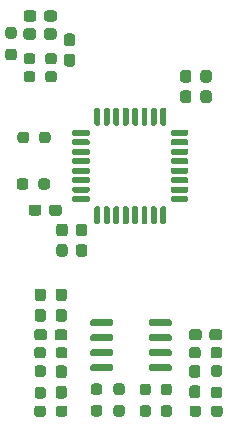
<source format=gbr>
%TF.GenerationSoftware,KiCad,Pcbnew,5.1.8*%
%TF.CreationDate,2020-12-08T15:37:19+03:00*%
%TF.ProjectId,pss_mcu_pcb,7073735f-6d63-4755-9f70-63622e6b6963,rev?*%
%TF.SameCoordinates,Original*%
%TF.FileFunction,Paste,Bot*%
%TF.FilePolarity,Positive*%
%FSLAX46Y46*%
G04 Gerber Fmt 4.6, Leading zero omitted, Abs format (unit mm)*
G04 Created by KiCad (PCBNEW 5.1.8) date 2020-12-08 15:37:19*
%MOMM*%
%LPD*%
G01*
G04 APERTURE LIST*
G04 APERTURE END LIST*
%TO.C,U3*%
G36*
G01*
X162913000Y-78101000D02*
X162913000Y-78351000D01*
G75*
G02*
X162788000Y-78476000I-125000J0D01*
G01*
X161538000Y-78476000D01*
G75*
G02*
X161413000Y-78351000I0J125000D01*
G01*
X161413000Y-78101000D01*
G75*
G02*
X161538000Y-77976000I125000J0D01*
G01*
X162788000Y-77976000D01*
G75*
G02*
X162913000Y-78101000I0J-125000D01*
G01*
G37*
G36*
G01*
X162913000Y-78901000D02*
X162913000Y-79151000D01*
G75*
G02*
X162788000Y-79276000I-125000J0D01*
G01*
X161538000Y-79276000D01*
G75*
G02*
X161413000Y-79151000I0J125000D01*
G01*
X161413000Y-78901000D01*
G75*
G02*
X161538000Y-78776000I125000J0D01*
G01*
X162788000Y-78776000D01*
G75*
G02*
X162913000Y-78901000I0J-125000D01*
G01*
G37*
G36*
G01*
X162913000Y-79701000D02*
X162913000Y-79951000D01*
G75*
G02*
X162788000Y-80076000I-125000J0D01*
G01*
X161538000Y-80076000D01*
G75*
G02*
X161413000Y-79951000I0J125000D01*
G01*
X161413000Y-79701000D01*
G75*
G02*
X161538000Y-79576000I125000J0D01*
G01*
X162788000Y-79576000D01*
G75*
G02*
X162913000Y-79701000I0J-125000D01*
G01*
G37*
G36*
G01*
X162913000Y-80501000D02*
X162913000Y-80751000D01*
G75*
G02*
X162788000Y-80876000I-125000J0D01*
G01*
X161538000Y-80876000D01*
G75*
G02*
X161413000Y-80751000I0J125000D01*
G01*
X161413000Y-80501000D01*
G75*
G02*
X161538000Y-80376000I125000J0D01*
G01*
X162788000Y-80376000D01*
G75*
G02*
X162913000Y-80501000I0J-125000D01*
G01*
G37*
G36*
G01*
X162913000Y-81301000D02*
X162913000Y-81551000D01*
G75*
G02*
X162788000Y-81676000I-125000J0D01*
G01*
X161538000Y-81676000D01*
G75*
G02*
X161413000Y-81551000I0J125000D01*
G01*
X161413000Y-81301000D01*
G75*
G02*
X161538000Y-81176000I125000J0D01*
G01*
X162788000Y-81176000D01*
G75*
G02*
X162913000Y-81301000I0J-125000D01*
G01*
G37*
G36*
G01*
X162913000Y-82101000D02*
X162913000Y-82351000D01*
G75*
G02*
X162788000Y-82476000I-125000J0D01*
G01*
X161538000Y-82476000D01*
G75*
G02*
X161413000Y-82351000I0J125000D01*
G01*
X161413000Y-82101000D01*
G75*
G02*
X161538000Y-81976000I125000J0D01*
G01*
X162788000Y-81976000D01*
G75*
G02*
X162913000Y-82101000I0J-125000D01*
G01*
G37*
G36*
G01*
X162913000Y-82901000D02*
X162913000Y-83151000D01*
G75*
G02*
X162788000Y-83276000I-125000J0D01*
G01*
X161538000Y-83276000D01*
G75*
G02*
X161413000Y-83151000I0J125000D01*
G01*
X161413000Y-82901000D01*
G75*
G02*
X161538000Y-82776000I125000J0D01*
G01*
X162788000Y-82776000D01*
G75*
G02*
X162913000Y-82901000I0J-125000D01*
G01*
G37*
G36*
G01*
X162913000Y-83701000D02*
X162913000Y-83951000D01*
G75*
G02*
X162788000Y-84076000I-125000J0D01*
G01*
X161538000Y-84076000D01*
G75*
G02*
X161413000Y-83951000I0J125000D01*
G01*
X161413000Y-83701000D01*
G75*
G02*
X161538000Y-83576000I125000J0D01*
G01*
X162788000Y-83576000D01*
G75*
G02*
X162913000Y-83701000I0J-125000D01*
G01*
G37*
G36*
G01*
X161038000Y-84576000D02*
X161038000Y-85826000D01*
G75*
G02*
X160913000Y-85951000I-125000J0D01*
G01*
X160663000Y-85951000D01*
G75*
G02*
X160538000Y-85826000I0J125000D01*
G01*
X160538000Y-84576000D01*
G75*
G02*
X160663000Y-84451000I125000J0D01*
G01*
X160913000Y-84451000D01*
G75*
G02*
X161038000Y-84576000I0J-125000D01*
G01*
G37*
G36*
G01*
X160238000Y-84576000D02*
X160238000Y-85826000D01*
G75*
G02*
X160113000Y-85951000I-125000J0D01*
G01*
X159863000Y-85951000D01*
G75*
G02*
X159738000Y-85826000I0J125000D01*
G01*
X159738000Y-84576000D01*
G75*
G02*
X159863000Y-84451000I125000J0D01*
G01*
X160113000Y-84451000D01*
G75*
G02*
X160238000Y-84576000I0J-125000D01*
G01*
G37*
G36*
G01*
X159438000Y-84576000D02*
X159438000Y-85826000D01*
G75*
G02*
X159313000Y-85951000I-125000J0D01*
G01*
X159063000Y-85951000D01*
G75*
G02*
X158938000Y-85826000I0J125000D01*
G01*
X158938000Y-84576000D01*
G75*
G02*
X159063000Y-84451000I125000J0D01*
G01*
X159313000Y-84451000D01*
G75*
G02*
X159438000Y-84576000I0J-125000D01*
G01*
G37*
G36*
G01*
X158638000Y-84576000D02*
X158638000Y-85826000D01*
G75*
G02*
X158513000Y-85951000I-125000J0D01*
G01*
X158263000Y-85951000D01*
G75*
G02*
X158138000Y-85826000I0J125000D01*
G01*
X158138000Y-84576000D01*
G75*
G02*
X158263000Y-84451000I125000J0D01*
G01*
X158513000Y-84451000D01*
G75*
G02*
X158638000Y-84576000I0J-125000D01*
G01*
G37*
G36*
G01*
X157838000Y-84576000D02*
X157838000Y-85826000D01*
G75*
G02*
X157713000Y-85951000I-125000J0D01*
G01*
X157463000Y-85951000D01*
G75*
G02*
X157338000Y-85826000I0J125000D01*
G01*
X157338000Y-84576000D01*
G75*
G02*
X157463000Y-84451000I125000J0D01*
G01*
X157713000Y-84451000D01*
G75*
G02*
X157838000Y-84576000I0J-125000D01*
G01*
G37*
G36*
G01*
X157038000Y-84576000D02*
X157038000Y-85826000D01*
G75*
G02*
X156913000Y-85951000I-125000J0D01*
G01*
X156663000Y-85951000D01*
G75*
G02*
X156538000Y-85826000I0J125000D01*
G01*
X156538000Y-84576000D01*
G75*
G02*
X156663000Y-84451000I125000J0D01*
G01*
X156913000Y-84451000D01*
G75*
G02*
X157038000Y-84576000I0J-125000D01*
G01*
G37*
G36*
G01*
X156238000Y-84576000D02*
X156238000Y-85826000D01*
G75*
G02*
X156113000Y-85951000I-125000J0D01*
G01*
X155863000Y-85951000D01*
G75*
G02*
X155738000Y-85826000I0J125000D01*
G01*
X155738000Y-84576000D01*
G75*
G02*
X155863000Y-84451000I125000J0D01*
G01*
X156113000Y-84451000D01*
G75*
G02*
X156238000Y-84576000I0J-125000D01*
G01*
G37*
G36*
G01*
X155438000Y-84576000D02*
X155438000Y-85826000D01*
G75*
G02*
X155313000Y-85951000I-125000J0D01*
G01*
X155063000Y-85951000D01*
G75*
G02*
X154938000Y-85826000I0J125000D01*
G01*
X154938000Y-84576000D01*
G75*
G02*
X155063000Y-84451000I125000J0D01*
G01*
X155313000Y-84451000D01*
G75*
G02*
X155438000Y-84576000I0J-125000D01*
G01*
G37*
G36*
G01*
X154563000Y-83701000D02*
X154563000Y-83951000D01*
G75*
G02*
X154438000Y-84076000I-125000J0D01*
G01*
X153188000Y-84076000D01*
G75*
G02*
X153063000Y-83951000I0J125000D01*
G01*
X153063000Y-83701000D01*
G75*
G02*
X153188000Y-83576000I125000J0D01*
G01*
X154438000Y-83576000D01*
G75*
G02*
X154563000Y-83701000I0J-125000D01*
G01*
G37*
G36*
G01*
X154563000Y-82901000D02*
X154563000Y-83151000D01*
G75*
G02*
X154438000Y-83276000I-125000J0D01*
G01*
X153188000Y-83276000D01*
G75*
G02*
X153063000Y-83151000I0J125000D01*
G01*
X153063000Y-82901000D01*
G75*
G02*
X153188000Y-82776000I125000J0D01*
G01*
X154438000Y-82776000D01*
G75*
G02*
X154563000Y-82901000I0J-125000D01*
G01*
G37*
G36*
G01*
X154563000Y-82101000D02*
X154563000Y-82351000D01*
G75*
G02*
X154438000Y-82476000I-125000J0D01*
G01*
X153188000Y-82476000D01*
G75*
G02*
X153063000Y-82351000I0J125000D01*
G01*
X153063000Y-82101000D01*
G75*
G02*
X153188000Y-81976000I125000J0D01*
G01*
X154438000Y-81976000D01*
G75*
G02*
X154563000Y-82101000I0J-125000D01*
G01*
G37*
G36*
G01*
X154563000Y-81301000D02*
X154563000Y-81551000D01*
G75*
G02*
X154438000Y-81676000I-125000J0D01*
G01*
X153188000Y-81676000D01*
G75*
G02*
X153063000Y-81551000I0J125000D01*
G01*
X153063000Y-81301000D01*
G75*
G02*
X153188000Y-81176000I125000J0D01*
G01*
X154438000Y-81176000D01*
G75*
G02*
X154563000Y-81301000I0J-125000D01*
G01*
G37*
G36*
G01*
X154563000Y-80501000D02*
X154563000Y-80751000D01*
G75*
G02*
X154438000Y-80876000I-125000J0D01*
G01*
X153188000Y-80876000D01*
G75*
G02*
X153063000Y-80751000I0J125000D01*
G01*
X153063000Y-80501000D01*
G75*
G02*
X153188000Y-80376000I125000J0D01*
G01*
X154438000Y-80376000D01*
G75*
G02*
X154563000Y-80501000I0J-125000D01*
G01*
G37*
G36*
G01*
X154563000Y-79701000D02*
X154563000Y-79951000D01*
G75*
G02*
X154438000Y-80076000I-125000J0D01*
G01*
X153188000Y-80076000D01*
G75*
G02*
X153063000Y-79951000I0J125000D01*
G01*
X153063000Y-79701000D01*
G75*
G02*
X153188000Y-79576000I125000J0D01*
G01*
X154438000Y-79576000D01*
G75*
G02*
X154563000Y-79701000I0J-125000D01*
G01*
G37*
G36*
G01*
X154563000Y-78901000D02*
X154563000Y-79151000D01*
G75*
G02*
X154438000Y-79276000I-125000J0D01*
G01*
X153188000Y-79276000D01*
G75*
G02*
X153063000Y-79151000I0J125000D01*
G01*
X153063000Y-78901000D01*
G75*
G02*
X153188000Y-78776000I125000J0D01*
G01*
X154438000Y-78776000D01*
G75*
G02*
X154563000Y-78901000I0J-125000D01*
G01*
G37*
G36*
G01*
X154563000Y-78101000D02*
X154563000Y-78351000D01*
G75*
G02*
X154438000Y-78476000I-125000J0D01*
G01*
X153188000Y-78476000D01*
G75*
G02*
X153063000Y-78351000I0J125000D01*
G01*
X153063000Y-78101000D01*
G75*
G02*
X153188000Y-77976000I125000J0D01*
G01*
X154438000Y-77976000D01*
G75*
G02*
X154563000Y-78101000I0J-125000D01*
G01*
G37*
G36*
G01*
X155438000Y-76226000D02*
X155438000Y-77476000D01*
G75*
G02*
X155313000Y-77601000I-125000J0D01*
G01*
X155063000Y-77601000D01*
G75*
G02*
X154938000Y-77476000I0J125000D01*
G01*
X154938000Y-76226000D01*
G75*
G02*
X155063000Y-76101000I125000J0D01*
G01*
X155313000Y-76101000D01*
G75*
G02*
X155438000Y-76226000I0J-125000D01*
G01*
G37*
G36*
G01*
X156238000Y-76226000D02*
X156238000Y-77476000D01*
G75*
G02*
X156113000Y-77601000I-125000J0D01*
G01*
X155863000Y-77601000D01*
G75*
G02*
X155738000Y-77476000I0J125000D01*
G01*
X155738000Y-76226000D01*
G75*
G02*
X155863000Y-76101000I125000J0D01*
G01*
X156113000Y-76101000D01*
G75*
G02*
X156238000Y-76226000I0J-125000D01*
G01*
G37*
G36*
G01*
X157038000Y-76226000D02*
X157038000Y-77476000D01*
G75*
G02*
X156913000Y-77601000I-125000J0D01*
G01*
X156663000Y-77601000D01*
G75*
G02*
X156538000Y-77476000I0J125000D01*
G01*
X156538000Y-76226000D01*
G75*
G02*
X156663000Y-76101000I125000J0D01*
G01*
X156913000Y-76101000D01*
G75*
G02*
X157038000Y-76226000I0J-125000D01*
G01*
G37*
G36*
G01*
X157838000Y-76226000D02*
X157838000Y-77476000D01*
G75*
G02*
X157713000Y-77601000I-125000J0D01*
G01*
X157463000Y-77601000D01*
G75*
G02*
X157338000Y-77476000I0J125000D01*
G01*
X157338000Y-76226000D01*
G75*
G02*
X157463000Y-76101000I125000J0D01*
G01*
X157713000Y-76101000D01*
G75*
G02*
X157838000Y-76226000I0J-125000D01*
G01*
G37*
G36*
G01*
X158638000Y-76226000D02*
X158638000Y-77476000D01*
G75*
G02*
X158513000Y-77601000I-125000J0D01*
G01*
X158263000Y-77601000D01*
G75*
G02*
X158138000Y-77476000I0J125000D01*
G01*
X158138000Y-76226000D01*
G75*
G02*
X158263000Y-76101000I125000J0D01*
G01*
X158513000Y-76101000D01*
G75*
G02*
X158638000Y-76226000I0J-125000D01*
G01*
G37*
G36*
G01*
X159438000Y-76226000D02*
X159438000Y-77476000D01*
G75*
G02*
X159313000Y-77601000I-125000J0D01*
G01*
X159063000Y-77601000D01*
G75*
G02*
X158938000Y-77476000I0J125000D01*
G01*
X158938000Y-76226000D01*
G75*
G02*
X159063000Y-76101000I125000J0D01*
G01*
X159313000Y-76101000D01*
G75*
G02*
X159438000Y-76226000I0J-125000D01*
G01*
G37*
G36*
G01*
X160238000Y-76226000D02*
X160238000Y-77476000D01*
G75*
G02*
X160113000Y-77601000I-125000J0D01*
G01*
X159863000Y-77601000D01*
G75*
G02*
X159738000Y-77476000I0J125000D01*
G01*
X159738000Y-76226000D01*
G75*
G02*
X159863000Y-76101000I125000J0D01*
G01*
X160113000Y-76101000D01*
G75*
G02*
X160238000Y-76226000I0J-125000D01*
G01*
G37*
G36*
G01*
X161038000Y-76226000D02*
X161038000Y-77476000D01*
G75*
G02*
X160913000Y-77601000I-125000J0D01*
G01*
X160663000Y-77601000D01*
G75*
G02*
X160538000Y-77476000I0J125000D01*
G01*
X160538000Y-76226000D01*
G75*
G02*
X160663000Y-76101000I125000J0D01*
G01*
X160913000Y-76101000D01*
G75*
G02*
X161038000Y-76226000I0J-125000D01*
G01*
G37*
%TD*%
%TO.C,C2*%
G36*
G01*
X162924500Y-75695000D02*
X162449500Y-75695000D01*
G75*
G02*
X162212000Y-75457500I0J237500D01*
G01*
X162212000Y-74857500D01*
G75*
G02*
X162449500Y-74620000I237500J0D01*
G01*
X162924500Y-74620000D01*
G75*
G02*
X163162000Y-74857500I0J-237500D01*
G01*
X163162000Y-75457500D01*
G75*
G02*
X162924500Y-75695000I-237500J0D01*
G01*
G37*
G36*
G01*
X162924500Y-73970000D02*
X162449500Y-73970000D01*
G75*
G02*
X162212000Y-73732500I0J237500D01*
G01*
X162212000Y-73132500D01*
G75*
G02*
X162449500Y-72895000I237500J0D01*
G01*
X162924500Y-72895000D01*
G75*
G02*
X163162000Y-73132500I0J-237500D01*
G01*
X163162000Y-73732500D01*
G75*
G02*
X162924500Y-73970000I-237500J0D01*
G01*
G37*
%TD*%
%TO.C,C3*%
G36*
G01*
X148968000Y-68563500D02*
X148968000Y-68088500D01*
G75*
G02*
X149205500Y-67851000I237500J0D01*
G01*
X149805500Y-67851000D01*
G75*
G02*
X150043000Y-68088500I0J-237500D01*
G01*
X150043000Y-68563500D01*
G75*
G02*
X149805500Y-68801000I-237500J0D01*
G01*
X149205500Y-68801000D01*
G75*
G02*
X148968000Y-68563500I0J237500D01*
G01*
G37*
G36*
G01*
X150693000Y-68563500D02*
X150693000Y-68088500D01*
G75*
G02*
X150930500Y-67851000I237500J0D01*
G01*
X151530500Y-67851000D01*
G75*
G02*
X151768000Y-68088500I0J-237500D01*
G01*
X151768000Y-68563500D01*
G75*
G02*
X151530500Y-68801000I-237500J0D01*
G01*
X150930500Y-68801000D01*
G75*
G02*
X150693000Y-68563500I0J237500D01*
G01*
G37*
%TD*%
%TO.C,C4*%
G36*
G01*
X164639000Y-73970000D02*
X164164000Y-73970000D01*
G75*
G02*
X163926500Y-73732500I0J237500D01*
G01*
X163926500Y-73132500D01*
G75*
G02*
X164164000Y-72895000I237500J0D01*
G01*
X164639000Y-72895000D01*
G75*
G02*
X164876500Y-73132500I0J-237500D01*
G01*
X164876500Y-73732500D01*
G75*
G02*
X164639000Y-73970000I-237500J0D01*
G01*
G37*
G36*
G01*
X164639000Y-75695000D02*
X164164000Y-75695000D01*
G75*
G02*
X163926500Y-75457500I0J237500D01*
G01*
X163926500Y-74857500D01*
G75*
G02*
X164164000Y-74620000I237500J0D01*
G01*
X164639000Y-74620000D01*
G75*
G02*
X164876500Y-74857500I0J-237500D01*
G01*
X164876500Y-75457500D01*
G75*
G02*
X164639000Y-75695000I-237500J0D01*
G01*
G37*
%TD*%
%TO.C,C5*%
G36*
G01*
X148941500Y-70087500D02*
X148941500Y-69612500D01*
G75*
G02*
X149179000Y-69375000I237500J0D01*
G01*
X149779000Y-69375000D01*
G75*
G02*
X150016500Y-69612500I0J-237500D01*
G01*
X150016500Y-70087500D01*
G75*
G02*
X149779000Y-70325000I-237500J0D01*
G01*
X149179000Y-70325000D01*
G75*
G02*
X148941500Y-70087500I0J237500D01*
G01*
G37*
G36*
G01*
X150666500Y-70087500D02*
X150666500Y-69612500D01*
G75*
G02*
X150904000Y-69375000I237500J0D01*
G01*
X151504000Y-69375000D01*
G75*
G02*
X151741500Y-69612500I0J-237500D01*
G01*
X151741500Y-70087500D01*
G75*
G02*
X151504000Y-70325000I-237500J0D01*
G01*
X150904000Y-70325000D01*
G75*
G02*
X150666500Y-70087500I0J237500D01*
G01*
G37*
%TD*%
%TO.C,C7*%
G36*
G01*
X152383500Y-92485500D02*
X151908500Y-92485500D01*
G75*
G02*
X151671000Y-92248000I0J237500D01*
G01*
X151671000Y-91648000D01*
G75*
G02*
X151908500Y-91410500I237500J0D01*
G01*
X152383500Y-91410500D01*
G75*
G02*
X152621000Y-91648000I0J-237500D01*
G01*
X152621000Y-92248000D01*
G75*
G02*
X152383500Y-92485500I-237500J0D01*
G01*
G37*
G36*
G01*
X152383500Y-94210500D02*
X151908500Y-94210500D01*
G75*
G02*
X151671000Y-93973000I0J237500D01*
G01*
X151671000Y-93373000D01*
G75*
G02*
X151908500Y-93135500I237500J0D01*
G01*
X152383500Y-93135500D01*
G75*
G02*
X152621000Y-93373000I0J-237500D01*
G01*
X152621000Y-93973000D01*
G75*
G02*
X152383500Y-94210500I-237500J0D01*
G01*
G37*
%TD*%
%TO.C,C9*%
G36*
G01*
X151972000Y-87637500D02*
X152447000Y-87637500D01*
G75*
G02*
X152684500Y-87875000I0J-237500D01*
G01*
X152684500Y-88475000D01*
G75*
G02*
X152447000Y-88712500I-237500J0D01*
G01*
X151972000Y-88712500D01*
G75*
G02*
X151734500Y-88475000I0J237500D01*
G01*
X151734500Y-87875000D01*
G75*
G02*
X151972000Y-87637500I237500J0D01*
G01*
G37*
G36*
G01*
X151972000Y-85912500D02*
X152447000Y-85912500D01*
G75*
G02*
X152684500Y-86150000I0J-237500D01*
G01*
X152684500Y-86750000D01*
G75*
G02*
X152447000Y-86987500I-237500J0D01*
G01*
X151972000Y-86987500D01*
G75*
G02*
X151734500Y-86750000I0J237500D01*
G01*
X151734500Y-86150000D01*
G75*
G02*
X151972000Y-85912500I237500J0D01*
G01*
G37*
%TD*%
%TO.C,C10*%
G36*
G01*
X163686500Y-100687500D02*
X163211500Y-100687500D01*
G75*
G02*
X162974000Y-100450000I0J237500D01*
G01*
X162974000Y-99850000D01*
G75*
G02*
X163211500Y-99612500I237500J0D01*
G01*
X163686500Y-99612500D01*
G75*
G02*
X163924000Y-99850000I0J-237500D01*
G01*
X163924000Y-100450000D01*
G75*
G02*
X163686500Y-100687500I-237500J0D01*
G01*
G37*
G36*
G01*
X163686500Y-98962500D02*
X163211500Y-98962500D01*
G75*
G02*
X162974000Y-98725000I0J237500D01*
G01*
X162974000Y-98125000D01*
G75*
G02*
X163211500Y-97887500I237500J0D01*
G01*
X163686500Y-97887500D01*
G75*
G02*
X163924000Y-98125000I0J-237500D01*
G01*
X163924000Y-98725000D01*
G75*
G02*
X163686500Y-98962500I-237500J0D01*
G01*
G37*
%TD*%
%TO.C,C11*%
G36*
G01*
X152383500Y-98989000D02*
X151908500Y-98989000D01*
G75*
G02*
X151671000Y-98751500I0J237500D01*
G01*
X151671000Y-98151500D01*
G75*
G02*
X151908500Y-97914000I237500J0D01*
G01*
X152383500Y-97914000D01*
G75*
G02*
X152621000Y-98151500I0J-237500D01*
G01*
X152621000Y-98751500D01*
G75*
G02*
X152383500Y-98989000I-237500J0D01*
G01*
G37*
G36*
G01*
X152383500Y-100714000D02*
X151908500Y-100714000D01*
G75*
G02*
X151671000Y-100476500I0J237500D01*
G01*
X151671000Y-99876500D01*
G75*
G02*
X151908500Y-99639000I237500J0D01*
G01*
X152383500Y-99639000D01*
G75*
G02*
X152621000Y-99876500I0J-237500D01*
G01*
X152621000Y-100476500D01*
G75*
G02*
X152383500Y-100714000I-237500J0D01*
G01*
G37*
%TD*%
%TO.C,C12*%
G36*
G01*
X150461000Y-84535000D02*
X150461000Y-85010000D01*
G75*
G02*
X150223500Y-85247500I-237500J0D01*
G01*
X149623500Y-85247500D01*
G75*
G02*
X149386000Y-85010000I0J237500D01*
G01*
X149386000Y-84535000D01*
G75*
G02*
X149623500Y-84297500I237500J0D01*
G01*
X150223500Y-84297500D01*
G75*
G02*
X150461000Y-84535000I0J-237500D01*
G01*
G37*
G36*
G01*
X152186000Y-84535000D02*
X152186000Y-85010000D01*
G75*
G02*
X151948500Y-85247500I-237500J0D01*
G01*
X151348500Y-85247500D01*
G75*
G02*
X151111000Y-85010000I0J237500D01*
G01*
X151111000Y-84535000D01*
G75*
G02*
X151348500Y-84297500I237500J0D01*
G01*
X151948500Y-84297500D01*
G75*
G02*
X152186000Y-84535000I0J-237500D01*
G01*
G37*
%TD*%
%TO.C,C13*%
G36*
G01*
X150605500Y-92485500D02*
X150130500Y-92485500D01*
G75*
G02*
X149893000Y-92248000I0J237500D01*
G01*
X149893000Y-91648000D01*
G75*
G02*
X150130500Y-91410500I237500J0D01*
G01*
X150605500Y-91410500D01*
G75*
G02*
X150843000Y-91648000I0J-237500D01*
G01*
X150843000Y-92248000D01*
G75*
G02*
X150605500Y-92485500I-237500J0D01*
G01*
G37*
G36*
G01*
X150605500Y-94210500D02*
X150130500Y-94210500D01*
G75*
G02*
X149893000Y-93973000I0J237500D01*
G01*
X149893000Y-93373000D01*
G75*
G02*
X150130500Y-93135500I237500J0D01*
G01*
X150605500Y-93135500D01*
G75*
G02*
X150843000Y-93373000I0J-237500D01*
G01*
X150843000Y-93973000D01*
G75*
G02*
X150605500Y-94210500I-237500J0D01*
G01*
G37*
%TD*%
%TO.C,C14*%
G36*
G01*
X153623000Y-85912500D02*
X154098000Y-85912500D01*
G75*
G02*
X154335500Y-86150000I0J-237500D01*
G01*
X154335500Y-86750000D01*
G75*
G02*
X154098000Y-86987500I-237500J0D01*
G01*
X153623000Y-86987500D01*
G75*
G02*
X153385500Y-86750000I0J237500D01*
G01*
X153385500Y-86150000D01*
G75*
G02*
X153623000Y-85912500I237500J0D01*
G01*
G37*
G36*
G01*
X153623000Y-87637500D02*
X154098000Y-87637500D01*
G75*
G02*
X154335500Y-87875000I0J-237500D01*
G01*
X154335500Y-88475000D01*
G75*
G02*
X154098000Y-88712500I-237500J0D01*
G01*
X153623000Y-88712500D01*
G75*
G02*
X153385500Y-88475000I0J237500D01*
G01*
X153385500Y-87875000D01*
G75*
G02*
X153623000Y-87637500I237500J0D01*
G01*
G37*
%TD*%
%TO.C,C15*%
G36*
G01*
X164039500Y-95076000D02*
X164039500Y-95551000D01*
G75*
G02*
X163802000Y-95788500I-237500J0D01*
G01*
X163202000Y-95788500D01*
G75*
G02*
X162964500Y-95551000I0J237500D01*
G01*
X162964500Y-95076000D01*
G75*
G02*
X163202000Y-94838500I237500J0D01*
G01*
X163802000Y-94838500D01*
G75*
G02*
X164039500Y-95076000I0J-237500D01*
G01*
G37*
G36*
G01*
X165764500Y-95076000D02*
X165764500Y-95551000D01*
G75*
G02*
X165527000Y-95788500I-237500J0D01*
G01*
X164927000Y-95788500D01*
G75*
G02*
X164689500Y-95551000I0J237500D01*
G01*
X164689500Y-95076000D01*
G75*
G02*
X164927000Y-94838500I237500J0D01*
G01*
X165527000Y-94838500D01*
G75*
G02*
X165764500Y-95076000I0J-237500D01*
G01*
G37*
%TD*%
%TO.C,C16*%
G36*
G01*
X152657000Y-95076000D02*
X152657000Y-95551000D01*
G75*
G02*
X152419500Y-95788500I-237500J0D01*
G01*
X151819500Y-95788500D01*
G75*
G02*
X151582000Y-95551000I0J237500D01*
G01*
X151582000Y-95076000D01*
G75*
G02*
X151819500Y-94838500I237500J0D01*
G01*
X152419500Y-94838500D01*
G75*
G02*
X152657000Y-95076000I0J-237500D01*
G01*
G37*
G36*
G01*
X150932000Y-95076000D02*
X150932000Y-95551000D01*
G75*
G02*
X150694500Y-95788500I-237500J0D01*
G01*
X150094500Y-95788500D01*
G75*
G02*
X149857000Y-95551000I0J237500D01*
G01*
X149857000Y-95076000D01*
G75*
G02*
X150094500Y-94838500I237500J0D01*
G01*
X150694500Y-94838500D01*
G75*
G02*
X150932000Y-95076000I0J-237500D01*
G01*
G37*
%TD*%
%TO.C,C17*%
G36*
G01*
X153082000Y-72610000D02*
X152607000Y-72610000D01*
G75*
G02*
X152369500Y-72372500I0J237500D01*
G01*
X152369500Y-71772500D01*
G75*
G02*
X152607000Y-71535000I237500J0D01*
G01*
X153082000Y-71535000D01*
G75*
G02*
X153319500Y-71772500I0J-237500D01*
G01*
X153319500Y-72372500D01*
G75*
G02*
X153082000Y-72610000I-237500J0D01*
G01*
G37*
G36*
G01*
X153082000Y-70885000D02*
X152607000Y-70885000D01*
G75*
G02*
X152369500Y-70647500I0J237500D01*
G01*
X152369500Y-70047500D01*
G75*
G02*
X152607000Y-69810000I237500J0D01*
G01*
X153082000Y-69810000D01*
G75*
G02*
X153319500Y-70047500I0J-237500D01*
G01*
X153319500Y-70647500D01*
G75*
G02*
X153082000Y-70885000I-237500J0D01*
G01*
G37*
%TD*%
%TO.C,R1*%
G36*
G01*
X159495500Y-102261500D02*
X159020500Y-102261500D01*
G75*
G02*
X158783000Y-102024000I0J237500D01*
G01*
X158783000Y-101524000D01*
G75*
G02*
X159020500Y-101286500I237500J0D01*
G01*
X159495500Y-101286500D01*
G75*
G02*
X159733000Y-101524000I0J-237500D01*
G01*
X159733000Y-102024000D01*
G75*
G02*
X159495500Y-102261500I-237500J0D01*
G01*
G37*
G36*
G01*
X159495500Y-100436500D02*
X159020500Y-100436500D01*
G75*
G02*
X158783000Y-100199000I0J237500D01*
G01*
X158783000Y-99699000D01*
G75*
G02*
X159020500Y-99461500I237500J0D01*
G01*
X159495500Y-99461500D01*
G75*
G02*
X159733000Y-99699000I0J-237500D01*
G01*
X159733000Y-100199000D01*
G75*
G02*
X159495500Y-100436500I-237500J0D01*
G01*
G37*
%TD*%
%TO.C,R2*%
G36*
G01*
X157273000Y-102238000D02*
X156798000Y-102238000D01*
G75*
G02*
X156560500Y-102000500I0J237500D01*
G01*
X156560500Y-101500500D01*
G75*
G02*
X156798000Y-101263000I237500J0D01*
G01*
X157273000Y-101263000D01*
G75*
G02*
X157510500Y-101500500I0J-237500D01*
G01*
X157510500Y-102000500D01*
G75*
G02*
X157273000Y-102238000I-237500J0D01*
G01*
G37*
G36*
G01*
X157273000Y-100413000D02*
X156798000Y-100413000D01*
G75*
G02*
X156560500Y-100175500I0J237500D01*
G01*
X156560500Y-99675500D01*
G75*
G02*
X156798000Y-99438000I237500J0D01*
G01*
X157273000Y-99438000D01*
G75*
G02*
X157510500Y-99675500I0J-237500D01*
G01*
X157510500Y-100175500D01*
G75*
G02*
X157273000Y-100413000I-237500J0D01*
G01*
G37*
%TD*%
%TO.C,R3*%
G36*
G01*
X160798500Y-101286500D02*
X161273500Y-101286500D01*
G75*
G02*
X161511000Y-101524000I0J-237500D01*
G01*
X161511000Y-102024000D01*
G75*
G02*
X161273500Y-102261500I-237500J0D01*
G01*
X160798500Y-102261500D01*
G75*
G02*
X160561000Y-102024000I0J237500D01*
G01*
X160561000Y-101524000D01*
G75*
G02*
X160798500Y-101286500I237500J0D01*
G01*
G37*
G36*
G01*
X160798500Y-99461500D02*
X161273500Y-99461500D01*
G75*
G02*
X161511000Y-99699000I0J-237500D01*
G01*
X161511000Y-100199000D01*
G75*
G02*
X161273500Y-100436500I-237500J0D01*
G01*
X160798500Y-100436500D01*
G75*
G02*
X160561000Y-100199000I0J237500D01*
G01*
X160561000Y-99699000D01*
G75*
G02*
X160798500Y-99461500I237500J0D01*
G01*
G37*
%TD*%
%TO.C,R4*%
G36*
G01*
X163976500Y-101553000D02*
X163976500Y-102028000D01*
G75*
G02*
X163739000Y-102265500I-237500J0D01*
G01*
X163239000Y-102265500D01*
G75*
G02*
X163001500Y-102028000I0J237500D01*
G01*
X163001500Y-101553000D01*
G75*
G02*
X163239000Y-101315500I237500J0D01*
G01*
X163739000Y-101315500D01*
G75*
G02*
X163976500Y-101553000I0J-237500D01*
G01*
G37*
G36*
G01*
X165801500Y-101553000D02*
X165801500Y-102028000D01*
G75*
G02*
X165564000Y-102265500I-237500J0D01*
G01*
X165064000Y-102265500D01*
G75*
G02*
X164826500Y-102028000I0J237500D01*
G01*
X164826500Y-101553000D01*
G75*
G02*
X165064000Y-101315500I237500J0D01*
G01*
X165564000Y-101315500D01*
G75*
G02*
X165801500Y-101553000I0J-237500D01*
G01*
G37*
%TD*%
%TO.C,R5*%
G36*
G01*
X154893000Y-99438000D02*
X155368000Y-99438000D01*
G75*
G02*
X155605500Y-99675500I0J-237500D01*
G01*
X155605500Y-100175500D01*
G75*
G02*
X155368000Y-100413000I-237500J0D01*
G01*
X154893000Y-100413000D01*
G75*
G02*
X154655500Y-100175500I0J237500D01*
G01*
X154655500Y-99675500D01*
G75*
G02*
X154893000Y-99438000I237500J0D01*
G01*
G37*
G36*
G01*
X154893000Y-101263000D02*
X155368000Y-101263000D01*
G75*
G02*
X155605500Y-101500500I0J-237500D01*
G01*
X155605500Y-102000500D01*
G75*
G02*
X155368000Y-102238000I-237500J0D01*
G01*
X154893000Y-102238000D01*
G75*
G02*
X154655500Y-102000500I0J237500D01*
G01*
X154655500Y-101500500D01*
G75*
G02*
X154893000Y-101263000I237500J0D01*
G01*
G37*
%TD*%
%TO.C,R6*%
G36*
G01*
X149857000Y-102028000D02*
X149857000Y-101553000D01*
G75*
G02*
X150094500Y-101315500I237500J0D01*
G01*
X150594500Y-101315500D01*
G75*
G02*
X150832000Y-101553000I0J-237500D01*
G01*
X150832000Y-102028000D01*
G75*
G02*
X150594500Y-102265500I-237500J0D01*
G01*
X150094500Y-102265500D01*
G75*
G02*
X149857000Y-102028000I0J237500D01*
G01*
G37*
G36*
G01*
X151682000Y-102028000D02*
X151682000Y-101553000D01*
G75*
G02*
X151919500Y-101315500I237500J0D01*
G01*
X152419500Y-101315500D01*
G75*
G02*
X152657000Y-101553000I0J-237500D01*
G01*
X152657000Y-102028000D01*
G75*
G02*
X152419500Y-102265500I-237500J0D01*
G01*
X151919500Y-102265500D01*
G75*
G02*
X151682000Y-102028000I0J237500D01*
G01*
G37*
%TD*%
%TO.C,R7*%
G36*
G01*
X165053000Y-97890500D02*
X165528000Y-97890500D01*
G75*
G02*
X165765500Y-98128000I0J-237500D01*
G01*
X165765500Y-98628000D01*
G75*
G02*
X165528000Y-98865500I-237500J0D01*
G01*
X165053000Y-98865500D01*
G75*
G02*
X164815500Y-98628000I0J237500D01*
G01*
X164815500Y-98128000D01*
G75*
G02*
X165053000Y-97890500I237500J0D01*
G01*
G37*
G36*
G01*
X165053000Y-99715500D02*
X165528000Y-99715500D01*
G75*
G02*
X165765500Y-99953000I0J-237500D01*
G01*
X165765500Y-100453000D01*
G75*
G02*
X165528000Y-100690500I-237500J0D01*
G01*
X165053000Y-100690500D01*
G75*
G02*
X164815500Y-100453000I0J237500D01*
G01*
X164815500Y-99953000D01*
G75*
G02*
X165053000Y-99715500I237500J0D01*
G01*
G37*
%TD*%
%TO.C,R8*%
G36*
G01*
X150130500Y-99739000D02*
X150605500Y-99739000D01*
G75*
G02*
X150843000Y-99976500I0J-237500D01*
G01*
X150843000Y-100476500D01*
G75*
G02*
X150605500Y-100714000I-237500J0D01*
G01*
X150130500Y-100714000D01*
G75*
G02*
X149893000Y-100476500I0J237500D01*
G01*
X149893000Y-99976500D01*
G75*
G02*
X150130500Y-99739000I237500J0D01*
G01*
G37*
G36*
G01*
X150130500Y-97914000D02*
X150605500Y-97914000D01*
G75*
G02*
X150843000Y-98151500I0J-237500D01*
G01*
X150843000Y-98651500D01*
G75*
G02*
X150605500Y-98889000I-237500J0D01*
G01*
X150130500Y-98889000D01*
G75*
G02*
X149893000Y-98651500I0J237500D01*
G01*
X149893000Y-98151500D01*
G75*
G02*
X150130500Y-97914000I237500J0D01*
G01*
G37*
%TD*%
%TO.C,R9*%
G36*
G01*
X163936500Y-96600000D02*
X163936500Y-97075000D01*
G75*
G02*
X163699000Y-97312500I-237500J0D01*
G01*
X163199000Y-97312500D01*
G75*
G02*
X162961500Y-97075000I0J237500D01*
G01*
X162961500Y-96600000D01*
G75*
G02*
X163199000Y-96362500I237500J0D01*
G01*
X163699000Y-96362500D01*
G75*
G02*
X163936500Y-96600000I0J-237500D01*
G01*
G37*
G36*
G01*
X165761500Y-96600000D02*
X165761500Y-97075000D01*
G75*
G02*
X165524000Y-97312500I-237500J0D01*
G01*
X165024000Y-97312500D01*
G75*
G02*
X164786500Y-97075000I0J237500D01*
G01*
X164786500Y-96600000D01*
G75*
G02*
X165024000Y-96362500I237500J0D01*
G01*
X165524000Y-96362500D01*
G75*
G02*
X165761500Y-96600000I0J-237500D01*
G01*
G37*
%TD*%
%TO.C,R10*%
G36*
G01*
X149857000Y-97075000D02*
X149857000Y-96600000D01*
G75*
G02*
X150094500Y-96362500I237500J0D01*
G01*
X150594500Y-96362500D01*
G75*
G02*
X150832000Y-96600000I0J-237500D01*
G01*
X150832000Y-97075000D01*
G75*
G02*
X150594500Y-97312500I-237500J0D01*
G01*
X150094500Y-97312500D01*
G75*
G02*
X149857000Y-97075000I0J237500D01*
G01*
G37*
G36*
G01*
X151682000Y-97075000D02*
X151682000Y-96600000D01*
G75*
G02*
X151919500Y-96362500I237500J0D01*
G01*
X152419500Y-96362500D01*
G75*
G02*
X152657000Y-96600000I0J-237500D01*
G01*
X152657000Y-97075000D01*
G75*
G02*
X152419500Y-97312500I-237500J0D01*
G01*
X151919500Y-97312500D01*
G75*
G02*
X151682000Y-97075000I0J237500D01*
G01*
G37*
%TD*%
%TO.C,R14*%
G36*
G01*
X151768000Y-71708000D02*
X151768000Y-72183000D01*
G75*
G02*
X151530500Y-72420500I-237500J0D01*
G01*
X151030500Y-72420500D01*
G75*
G02*
X150793000Y-72183000I0J237500D01*
G01*
X150793000Y-71708000D01*
G75*
G02*
X151030500Y-71470500I237500J0D01*
G01*
X151530500Y-71470500D01*
G75*
G02*
X151768000Y-71708000I0J-237500D01*
G01*
G37*
G36*
G01*
X149943000Y-71708000D02*
X149943000Y-72183000D01*
G75*
G02*
X149705500Y-72420500I-237500J0D01*
G01*
X149205500Y-72420500D01*
G75*
G02*
X148968000Y-72183000I0J237500D01*
G01*
X148968000Y-71708000D01*
G75*
G02*
X149205500Y-71470500I237500J0D01*
G01*
X149705500Y-71470500D01*
G75*
G02*
X149943000Y-71708000I0J-237500D01*
G01*
G37*
%TD*%
%TO.C,R16*%
G36*
G01*
X149943000Y-73232000D02*
X149943000Y-73707000D01*
G75*
G02*
X149705500Y-73944500I-237500J0D01*
G01*
X149205500Y-73944500D01*
G75*
G02*
X148968000Y-73707000I0J237500D01*
G01*
X148968000Y-73232000D01*
G75*
G02*
X149205500Y-72994500I237500J0D01*
G01*
X149705500Y-72994500D01*
G75*
G02*
X149943000Y-73232000I0J-237500D01*
G01*
G37*
G36*
G01*
X151768000Y-73232000D02*
X151768000Y-73707000D01*
G75*
G02*
X151530500Y-73944500I-237500J0D01*
G01*
X151030500Y-73944500D01*
G75*
G02*
X150793000Y-73707000I0J237500D01*
G01*
X150793000Y-73232000D01*
G75*
G02*
X151030500Y-72994500I237500J0D01*
G01*
X151530500Y-72994500D01*
G75*
G02*
X151768000Y-73232000I0J-237500D01*
G01*
G37*
%TD*%
%TO.C,R17*%
G36*
G01*
X147654000Y-69275500D02*
X148129000Y-69275500D01*
G75*
G02*
X148366500Y-69513000I0J-237500D01*
G01*
X148366500Y-70013000D01*
G75*
G02*
X148129000Y-70250500I-237500J0D01*
G01*
X147654000Y-70250500D01*
G75*
G02*
X147416500Y-70013000I0J237500D01*
G01*
X147416500Y-69513000D01*
G75*
G02*
X147654000Y-69275500I237500J0D01*
G01*
G37*
G36*
G01*
X147654000Y-71100500D02*
X148129000Y-71100500D01*
G75*
G02*
X148366500Y-71338000I0J-237500D01*
G01*
X148366500Y-71838000D01*
G75*
G02*
X148129000Y-72075500I-237500J0D01*
G01*
X147654000Y-72075500D01*
G75*
G02*
X147416500Y-71838000I0J237500D01*
G01*
X147416500Y-71338000D01*
G75*
G02*
X147654000Y-71100500I237500J0D01*
G01*
G37*
%TD*%
%TO.C,R19*%
G36*
G01*
X148436500Y-78850500D02*
X148436500Y-78375500D01*
G75*
G02*
X148674000Y-78138000I237500J0D01*
G01*
X149174000Y-78138000D01*
G75*
G02*
X149411500Y-78375500I0J-237500D01*
G01*
X149411500Y-78850500D01*
G75*
G02*
X149174000Y-79088000I-237500J0D01*
G01*
X148674000Y-79088000D01*
G75*
G02*
X148436500Y-78850500I0J237500D01*
G01*
G37*
G36*
G01*
X150261500Y-78850500D02*
X150261500Y-78375500D01*
G75*
G02*
X150499000Y-78138000I237500J0D01*
G01*
X150999000Y-78138000D01*
G75*
G02*
X151236500Y-78375500I0J-237500D01*
G01*
X151236500Y-78850500D01*
G75*
G02*
X150999000Y-79088000I-237500J0D01*
G01*
X150499000Y-79088000D01*
G75*
G02*
X150261500Y-78850500I0J237500D01*
G01*
G37*
%TD*%
%TO.C,R20*%
G36*
G01*
X150198000Y-82787500D02*
X150198000Y-82312500D01*
G75*
G02*
X150435500Y-82075000I237500J0D01*
G01*
X150935500Y-82075000D01*
G75*
G02*
X151173000Y-82312500I0J-237500D01*
G01*
X151173000Y-82787500D01*
G75*
G02*
X150935500Y-83025000I-237500J0D01*
G01*
X150435500Y-83025000D01*
G75*
G02*
X150198000Y-82787500I0J237500D01*
G01*
G37*
G36*
G01*
X148373000Y-82787500D02*
X148373000Y-82312500D01*
G75*
G02*
X148610500Y-82075000I237500J0D01*
G01*
X149110500Y-82075000D01*
G75*
G02*
X149348000Y-82312500I0J-237500D01*
G01*
X149348000Y-82787500D01*
G75*
G02*
X149110500Y-83025000I-237500J0D01*
G01*
X148610500Y-83025000D01*
G75*
G02*
X148373000Y-82787500I0J237500D01*
G01*
G37*
%TD*%
%TO.C,U2*%
G36*
G01*
X161501500Y-94147500D02*
X161501500Y-94447500D01*
G75*
G02*
X161351500Y-94597500I-150000J0D01*
G01*
X159701500Y-94597500D01*
G75*
G02*
X159551500Y-94447500I0J150000D01*
G01*
X159551500Y-94147500D01*
G75*
G02*
X159701500Y-93997500I150000J0D01*
G01*
X161351500Y-93997500D01*
G75*
G02*
X161501500Y-94147500I0J-150000D01*
G01*
G37*
G36*
G01*
X161501500Y-95417500D02*
X161501500Y-95717500D01*
G75*
G02*
X161351500Y-95867500I-150000J0D01*
G01*
X159701500Y-95867500D01*
G75*
G02*
X159551500Y-95717500I0J150000D01*
G01*
X159551500Y-95417500D01*
G75*
G02*
X159701500Y-95267500I150000J0D01*
G01*
X161351500Y-95267500D01*
G75*
G02*
X161501500Y-95417500I0J-150000D01*
G01*
G37*
G36*
G01*
X161501500Y-96687500D02*
X161501500Y-96987500D01*
G75*
G02*
X161351500Y-97137500I-150000J0D01*
G01*
X159701500Y-97137500D01*
G75*
G02*
X159551500Y-96987500I0J150000D01*
G01*
X159551500Y-96687500D01*
G75*
G02*
X159701500Y-96537500I150000J0D01*
G01*
X161351500Y-96537500D01*
G75*
G02*
X161501500Y-96687500I0J-150000D01*
G01*
G37*
G36*
G01*
X161501500Y-97957500D02*
X161501500Y-98257500D01*
G75*
G02*
X161351500Y-98407500I-150000J0D01*
G01*
X159701500Y-98407500D01*
G75*
G02*
X159551500Y-98257500I0J150000D01*
G01*
X159551500Y-97957500D01*
G75*
G02*
X159701500Y-97807500I150000J0D01*
G01*
X161351500Y-97807500D01*
G75*
G02*
X161501500Y-97957500I0J-150000D01*
G01*
G37*
G36*
G01*
X156551500Y-97957500D02*
X156551500Y-98257500D01*
G75*
G02*
X156401500Y-98407500I-150000J0D01*
G01*
X154751500Y-98407500D01*
G75*
G02*
X154601500Y-98257500I0J150000D01*
G01*
X154601500Y-97957500D01*
G75*
G02*
X154751500Y-97807500I150000J0D01*
G01*
X156401500Y-97807500D01*
G75*
G02*
X156551500Y-97957500I0J-150000D01*
G01*
G37*
G36*
G01*
X156551500Y-96687500D02*
X156551500Y-96987500D01*
G75*
G02*
X156401500Y-97137500I-150000J0D01*
G01*
X154751500Y-97137500D01*
G75*
G02*
X154601500Y-96987500I0J150000D01*
G01*
X154601500Y-96687500D01*
G75*
G02*
X154751500Y-96537500I150000J0D01*
G01*
X156401500Y-96537500D01*
G75*
G02*
X156551500Y-96687500I0J-150000D01*
G01*
G37*
G36*
G01*
X156551500Y-95417500D02*
X156551500Y-95717500D01*
G75*
G02*
X156401500Y-95867500I-150000J0D01*
G01*
X154751500Y-95867500D01*
G75*
G02*
X154601500Y-95717500I0J150000D01*
G01*
X154601500Y-95417500D01*
G75*
G02*
X154751500Y-95267500I150000J0D01*
G01*
X156401500Y-95267500D01*
G75*
G02*
X156551500Y-95417500I0J-150000D01*
G01*
G37*
G36*
G01*
X156551500Y-94147500D02*
X156551500Y-94447500D01*
G75*
G02*
X156401500Y-94597500I-150000J0D01*
G01*
X154751500Y-94597500D01*
G75*
G02*
X154601500Y-94447500I0J150000D01*
G01*
X154601500Y-94147500D01*
G75*
G02*
X154751500Y-93997500I150000J0D01*
G01*
X156401500Y-93997500D01*
G75*
G02*
X156551500Y-94147500I0J-150000D01*
G01*
G37*
%TD*%
M02*

</source>
